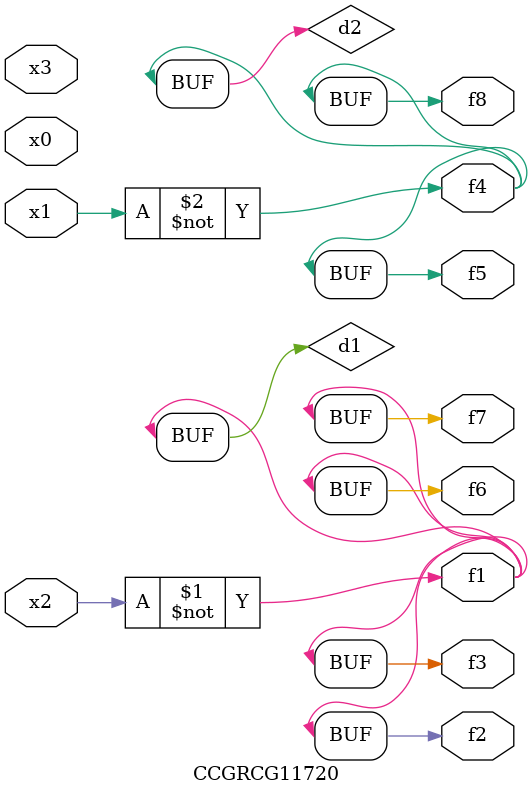
<source format=v>
module CCGRCG11720(
	input x0, x1, x2, x3,
	output f1, f2, f3, f4, f5, f6, f7, f8
);

	wire d1, d2;

	xnor (d1, x2);
	not (d2, x1);
	assign f1 = d1;
	assign f2 = d1;
	assign f3 = d1;
	assign f4 = d2;
	assign f5 = d2;
	assign f6 = d1;
	assign f7 = d1;
	assign f8 = d2;
endmodule

</source>
